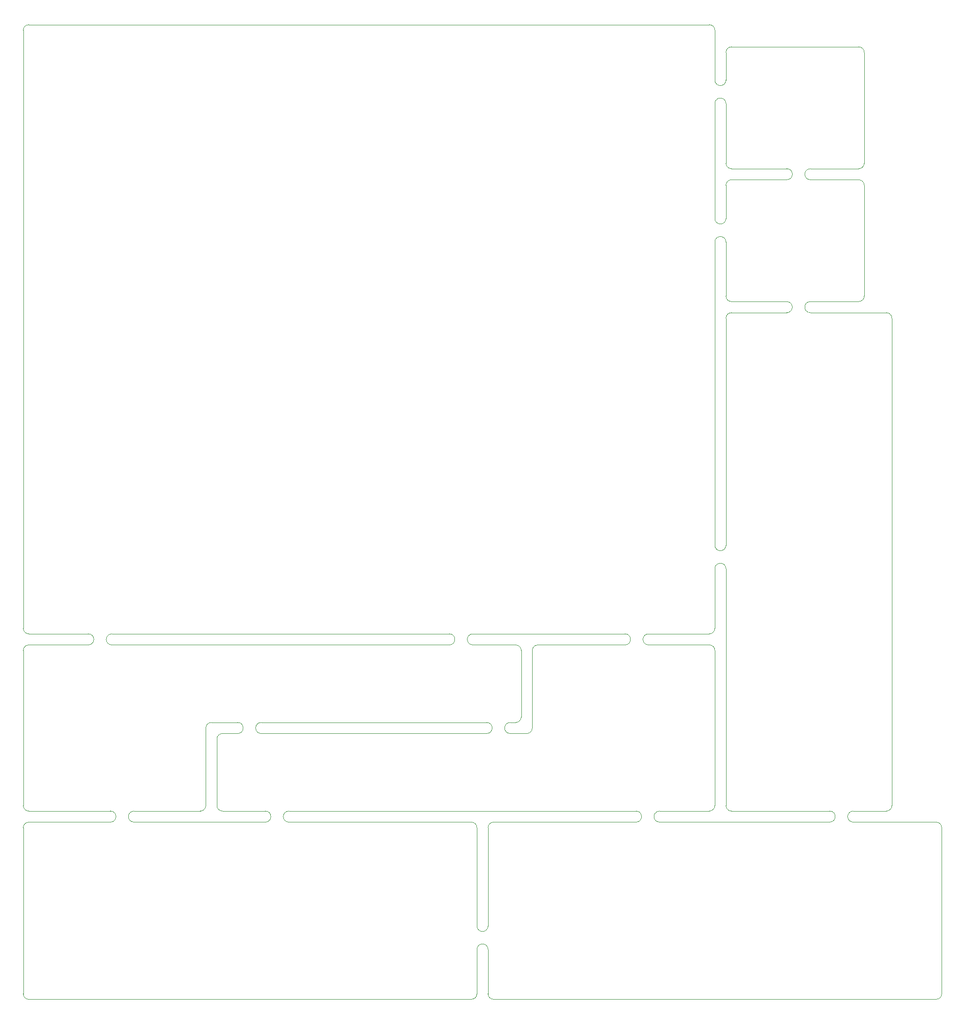
<source format=gbr>
%TF.GenerationSoftware,KiCad,Pcbnew,(6.0.5)*%
%TF.CreationDate,2022-08-12T21:43:39+02:00*%
%TF.ProjectId,clarinoid-devboard,636c6172-696e-46f6-9964-2d646576626f,rev?*%
%TF.SameCoordinates,Original*%
%TF.FileFunction,Profile,NP*%
%FSLAX46Y46*%
G04 Gerber Fmt 4.6, Leading zero omitted, Abs format (unit mm)*
G04 Created by KiCad (PCBNEW (6.0.5)) date 2022-08-12 21:43:39*
%MOMM*%
%LPD*%
G01*
G04 APERTURE LIST*
%TA.AperFunction,Profile*%
%ADD10C,0.100000*%
%TD*%
G04 APERTURE END LIST*
D10*
X458139304Y-57850034D02*
X458139304Y-98850034D01*
X456139334Y-44100034D02*
X456139304Y-56850034D01*
X458139304Y-33850034D02*
X458139334Y-39850034D01*
X458139304Y-9850034D02*
X458139304Y-14850034D01*
X374889304Y-148850034D02*
X351139304Y-148850034D01*
X469139304Y-56850034D02*
X459139304Y-56850034D01*
X460139304Y-30850034D02*
X469139304Y-30850034D01*
X413139304Y-171850034D02*
X413139304Y-179850000D01*
X456139304Y-98850034D02*
G75*
G03*
X458139304Y-98850034I1000000J-38D01*
G01*
X458139304Y-103100034D02*
G75*
G03*
X456139304Y-103100034I-1000000J-38D01*
G01*
X456139304Y-14850034D02*
G75*
G03*
X458139304Y-14850034I1000000J-38D01*
G01*
X458139304Y-19100034D02*
G75*
G03*
X456139304Y-19100034I-1000000J-38D01*
G01*
X458139334Y-44100034D02*
G75*
G03*
X456139334Y-44100034I-1000000J-38D01*
G01*
X456139334Y-39850034D02*
G75*
G03*
X458139334Y-39850034I1000000J-40D01*
G01*
X439889304Y-116850034D02*
G75*
G03*
X439889304Y-114850034I-38J1000000D01*
G01*
X444139304Y-114850034D02*
G75*
G03*
X444139304Y-116850034I-40J-1000000D01*
G01*
X408139304Y-116850034D02*
G75*
G03*
X408139304Y-114850034I-38J1000000D01*
G01*
X412389304Y-114850034D02*
G75*
G03*
X412389304Y-116850034I-40J-1000000D01*
G01*
X347139304Y-114850034D02*
G75*
G03*
X347139304Y-116850034I-38J-1000000D01*
G01*
X342889304Y-116850034D02*
G75*
G03*
X342889304Y-114850034I-38J1000000D01*
G01*
X482139274Y-54850004D02*
X473389304Y-54850034D01*
X351139304Y-146849966D02*
G75*
G03*
X351139304Y-148850034I-4J-1000034D01*
G01*
X365139304Y-130849964D02*
G75*
G03*
X364139304Y-131850034I4J-1000004D01*
G01*
X473389304Y-30849966D02*
G75*
G03*
X473389304Y-32850034I-4J-1000034D01*
G01*
X419139304Y-132850034D02*
X422139304Y-132850034D01*
X331139266Y-113850034D02*
G75*
G03*
X332139304Y-114850034I1000034J34D01*
G01*
X416139304Y-148850004D02*
G75*
G03*
X415139304Y-149850034I-4J-999996D01*
G01*
X488139304Y-73100034D02*
X488139304Y-132850034D01*
X459139304Y-32850096D02*
G75*
G03*
X458139304Y-33850034I-66J-999934D01*
G01*
X441889304Y-148849966D02*
G75*
G03*
X441889304Y-146850034I-4J999966D01*
G01*
X496139274Y-180849974D02*
G75*
G03*
X497139274Y-179850004I26J999974D01*
G01*
X332139334Y-146850004D02*
X346889304Y-146850034D01*
X332139334Y-116850064D02*
X342889304Y-116850034D01*
X456139304Y-56850034D02*
X456139304Y-98850034D01*
X422139304Y-132850064D02*
G75*
G03*
X423139304Y-131850034I4J999996D01*
G01*
X458139334Y-44100034D02*
X458139334Y-53850004D01*
X456139304Y-103100034D02*
X456139304Y-113850034D01*
X416139304Y-180850034D02*
X496139274Y-180850004D01*
X444139304Y-114850034D02*
X455139304Y-114850034D01*
X347139304Y-114850034D02*
X408139304Y-114850034D01*
X481139304Y-146850034D02*
X487139274Y-146850004D01*
X414889342Y-132850000D02*
G75*
G03*
X414889342Y-130850068I-4J999966D01*
G01*
X459139304Y-146849974D02*
X476889304Y-146850034D01*
X412139304Y-148850000D02*
X379139304Y-148850034D01*
X331139304Y-149850000D02*
X331139304Y-164850000D01*
X488139334Y-57850034D02*
G75*
G03*
X487139304Y-56850034I-999996J4D01*
G01*
X332139304Y-114850034D02*
X342889304Y-114850034D01*
X415139236Y-171850034D02*
G75*
G03*
X413139304Y-171850034I-999966J-4D01*
G01*
X374139342Y-130850000D02*
G75*
G03*
X374139342Y-132850068I-4J-1000034D01*
G01*
X459139304Y-56850096D02*
G75*
G03*
X458139304Y-57850034I-66J-999934D01*
G01*
X482139274Y-54849966D02*
G75*
G03*
X483139274Y-53850004I64J999936D01*
G01*
X413139266Y-149850000D02*
G75*
G03*
X412139304Y-148850000I-999966J34D01*
G01*
X332139304Y-4850034D02*
X455139304Y-4850034D01*
X476889304Y-148850034D02*
X446139304Y-148850034D01*
X441889304Y-148850034D02*
X416139304Y-148850034D01*
X363139304Y-146850064D02*
G75*
G03*
X364139304Y-145850034I4J999996D01*
G01*
X456139304Y-19100034D02*
X456139334Y-39850034D01*
X367139304Y-132850034D02*
X369889304Y-132850034D01*
X346889304Y-148849966D02*
G75*
G03*
X346889304Y-146850034I-4J999966D01*
G01*
X456139304Y-14850034D02*
X456139304Y-5850034D01*
X476889304Y-148849966D02*
G75*
G03*
X476889304Y-146850034I-4J999966D01*
G01*
X482139274Y-30849966D02*
G75*
G03*
X483139274Y-29850004I64J999936D01*
G01*
X415139304Y-171850034D02*
X415139304Y-179850034D01*
X369889304Y-130850034D02*
X365139304Y-130850034D01*
X439889304Y-116850034D02*
X424139334Y-116850064D01*
X481139304Y-148850034D02*
X496139274Y-148850064D01*
X469139304Y-32849966D02*
G75*
G03*
X469139304Y-30850034I-4J999966D01*
G01*
X332139334Y-116850094D02*
G75*
G03*
X331139334Y-117850064I-26J-999974D01*
G01*
X456139266Y-5850034D02*
G75*
G03*
X455139304Y-4850034I-999966J34D01*
G01*
X488139304Y-73100034D02*
X488139304Y-57850034D01*
X424139334Y-116850094D02*
G75*
G03*
X423139334Y-117850064I-26J-999974D01*
G01*
X458139264Y-29850004D02*
G75*
G03*
X459139304Y-30850004I999974J-26D01*
G01*
X408139304Y-116850034D02*
X347139304Y-116850034D01*
X332139304Y-148849970D02*
G75*
G03*
X331139304Y-149850000I-4J-999996D01*
G01*
X474139304Y-8850034D02*
X459139304Y-8850034D01*
X455139304Y-146850064D02*
G75*
G03*
X456139304Y-145850034I4J999996D01*
G01*
X497139274Y-149850064D02*
X497139274Y-179850004D01*
X419139342Y-130850000D02*
G75*
G03*
X419139342Y-132850068I-4J-1000034D01*
G01*
X483139274Y-29850004D02*
X483139304Y-9850034D01*
X412139304Y-180850000D02*
X332139304Y-180850000D01*
X374889304Y-148849966D02*
G75*
G03*
X374889304Y-146850034I-4J999966D01*
G01*
X351139304Y-146850034D02*
X363139304Y-146850034D01*
X331139304Y-164850000D02*
X331139304Y-179850000D01*
X412389304Y-116850034D02*
X420139304Y-116850034D01*
X415139366Y-179850034D02*
G75*
G03*
X416139304Y-180850034I999934J-66D01*
G01*
X413139236Y-167600034D02*
G75*
G03*
X415139304Y-167600034I1000034J-4D01*
G01*
X456139304Y-145850034D02*
X456139304Y-117850034D01*
X483139304Y-33850064D02*
G75*
G03*
X482139274Y-32850064I-999966J34D01*
G01*
X364139304Y-131850034D02*
X364139304Y-145850034D01*
X413139304Y-149850000D02*
X413139304Y-167600034D01*
X481139304Y-146849966D02*
G75*
G03*
X481139304Y-148850034I-4J-1000034D01*
G01*
X414889304Y-132850034D02*
X374139304Y-132850034D01*
X497139236Y-149850064D02*
G75*
G03*
X496139274Y-148850064I-999936J64D01*
G01*
X460139304Y-30850034D02*
X459139304Y-30850004D01*
X459139304Y-8850096D02*
G75*
G03*
X458139304Y-9850034I-66J-999934D01*
G01*
X483139304Y-47100034D02*
X483139274Y-53850004D01*
X331139366Y-179850000D02*
G75*
G03*
X332139304Y-180850000I999934J-66D01*
G01*
X420139304Y-130850064D02*
G75*
G03*
X421139304Y-129850034I4J999996D01*
G01*
X415139304Y-167600034D02*
X415139304Y-149850034D01*
X473389304Y-54850102D02*
G75*
G03*
X473389304Y-56850034I4J-999966D01*
G01*
X458139364Y-53850004D02*
G75*
G03*
X459139334Y-54850004I999974J-26D01*
G01*
X331139372Y-145850004D02*
G75*
G03*
X332139334Y-146850004I999936J-64D01*
G01*
X369889342Y-132850000D02*
G75*
G03*
X369889342Y-130850068I-4J999966D01*
G01*
X487139304Y-56850034D02*
X473389304Y-56850034D01*
X455139304Y-146850034D02*
X446139304Y-146850034D01*
X366139342Y-145850034D02*
G75*
G03*
X367139304Y-146850034I999966J-34D01*
G01*
X469139304Y-56850102D02*
G75*
G03*
X469139304Y-54850034I4J1000034D01*
G01*
X374139304Y-130850034D02*
X414889304Y-130850034D01*
X421139304Y-117850034D02*
X421139304Y-129850034D01*
X456139242Y-117850034D02*
G75*
G03*
X455139304Y-116850034I-999934J66D01*
G01*
X412139304Y-180850070D02*
G75*
G03*
X413139304Y-179850000I-4J1000004D01*
G01*
X331139304Y-113850034D02*
X331139304Y-5850034D01*
X346889304Y-148850034D02*
X332139304Y-148850000D01*
X482139274Y-32850064D02*
X473389304Y-32850034D01*
X487139274Y-146849966D02*
G75*
G03*
X488139274Y-145850004I64J999936D01*
G01*
X367139304Y-132849964D02*
G75*
G03*
X366139304Y-133850034I4J-1000004D01*
G01*
X331139334Y-145850004D02*
X331139334Y-117850064D01*
X469139304Y-32850034D02*
X459139304Y-32850034D01*
X458139294Y-145849974D02*
G75*
G03*
X459139304Y-146849974I999944J-56D01*
G01*
X455139304Y-116850034D02*
X444139304Y-116850034D01*
X441889304Y-146850034D02*
X379139304Y-146850034D01*
X482139304Y-8850034D02*
X474139304Y-8850034D01*
X458139304Y-103100034D02*
X458139304Y-145849974D01*
X379139304Y-146849966D02*
G75*
G03*
X379139304Y-148850034I-4J-1000034D01*
G01*
X483139334Y-9850034D02*
G75*
G03*
X482139304Y-8850034I-999996J4D01*
G01*
X366139304Y-145850034D02*
X366139304Y-133850034D01*
X423139304Y-131850034D02*
X423139334Y-117850064D01*
X421139242Y-117850034D02*
G75*
G03*
X420139304Y-116850034I-999934J66D01*
G01*
X469139304Y-54850034D02*
X459139334Y-54850004D01*
X488139274Y-145850004D02*
X488139304Y-132850034D01*
X446139304Y-146849966D02*
G75*
G03*
X446139304Y-148850034I-4J-1000034D01*
G01*
X420139304Y-130850034D02*
X419139304Y-130850034D01*
X458139304Y-19100034D02*
X458139304Y-29850004D01*
X455139304Y-114850104D02*
G75*
G03*
X456139304Y-113850034I-4J1000004D01*
G01*
X332139304Y-4850104D02*
G75*
G03*
X331139304Y-5850034I-4J-999996D01*
G01*
X367139304Y-146850034D02*
X374889304Y-146850034D01*
X473389304Y-30850034D02*
X482139274Y-30850004D01*
X483139304Y-47100034D02*
X483139274Y-33850064D01*
X412389304Y-114850034D02*
X439889304Y-114850034D01*
M02*

</source>
